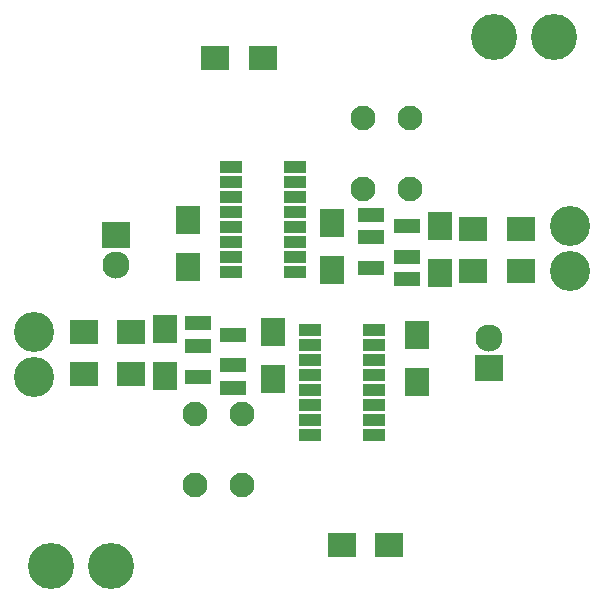
<source format=gbs>
G04 #@! TF.FileFunction,Soldermask,Bot*
%FSLAX46Y46*%
G04 Gerber Fmt 4.6, Leading zero omitted, Abs format (unit mm)*
G04 Created by KiCad (PCBNEW 0.201603210401+6634~43~ubuntu14.04.1-product) date mån 28 mar 2016 17:18:37*
%MOMM*%
G01*
G04 APERTURE LIST*
%ADD10C,0.050000*%
%ADD11R,1.900000X1.000000*%
%ADD12R,2.400000X2.100000*%
%ADD13R,2.100000X2.400000*%
%ADD14R,2.200860X1.200100*%
%ADD15R,2.000000X2.400000*%
%ADD16C,3.900120*%
%ADD17C,2.100000*%
%ADD18C,3.399740*%
%ADD19R,2.400000X2.300000*%
%ADD20C,2.300000*%
G04 APERTURE END LIST*
D10*
D11*
X131033500Y-127444500D03*
X131033500Y-128714500D03*
X131033500Y-129984500D03*
X131033500Y-131254500D03*
X131033500Y-132524500D03*
X131033500Y-133794500D03*
X131033500Y-135064500D03*
X131033500Y-136334500D03*
X125633500Y-136334500D03*
X125633500Y-135064500D03*
X125633500Y-133794500D03*
X125633500Y-132524500D03*
X125633500Y-131254500D03*
X125633500Y-129984500D03*
X125633500Y-128714500D03*
X125633500Y-127444500D03*
D12*
X132365500Y-145605500D03*
X128365500Y-145605500D03*
D13*
X134683500Y-127857500D03*
X134683500Y-131857500D03*
X122491500Y-127603500D03*
X122491500Y-131603500D03*
D12*
X106521500Y-127571500D03*
X110521500Y-127571500D03*
D14*
X119166640Y-130431500D03*
X119166640Y-132331500D03*
X116164360Y-131381500D03*
X116164360Y-128775500D03*
X116164360Y-126875500D03*
X119166640Y-127825500D03*
D15*
X113347500Y-127349500D03*
X113347500Y-131349500D03*
D12*
X106521500Y-131127500D03*
X110521500Y-131127500D03*
D16*
X108775500Y-147383500D03*
X103695500Y-147383500D03*
D17*
X119887500Y-134525500D03*
X119887500Y-140525500D03*
X115887500Y-134525500D03*
X115887500Y-140525500D03*
D18*
X102323900Y-127596900D03*
X102323900Y-131406900D03*
D19*
X140779500Y-130619500D03*
D20*
X140779500Y-128079500D03*
D15*
X136652000Y-122650000D03*
X136652000Y-118650000D03*
D19*
X109220000Y-119380000D03*
D20*
X109220000Y-121920000D03*
D14*
X133835140Y-121224000D03*
X133835140Y-123124000D03*
X130832860Y-122174000D03*
X130832860Y-119568000D03*
X130832860Y-117668000D03*
X133835140Y-118618000D03*
D12*
X143478000Y-118872000D03*
X139478000Y-118872000D03*
X143478000Y-122428000D03*
X139478000Y-122428000D03*
D13*
X115316000Y-122142000D03*
X115316000Y-118142000D03*
D12*
X117634000Y-104394000D03*
X121634000Y-104394000D03*
D13*
X127508000Y-122396000D03*
X127508000Y-118396000D03*
D17*
X130112000Y-115474000D03*
X130112000Y-109474000D03*
X134112000Y-115474000D03*
X134112000Y-109474000D03*
D11*
X118966000Y-122555000D03*
X118966000Y-121285000D03*
X118966000Y-120015000D03*
X118966000Y-118745000D03*
X118966000Y-117475000D03*
X118966000Y-116205000D03*
X118966000Y-114935000D03*
X118966000Y-113665000D03*
X124366000Y-113665000D03*
X124366000Y-114935000D03*
X124366000Y-116205000D03*
X124366000Y-117475000D03*
X124366000Y-118745000D03*
X124366000Y-120015000D03*
X124366000Y-121285000D03*
X124366000Y-122555000D03*
D18*
X147675600Y-122402600D03*
X147675600Y-118592600D03*
D16*
X141224000Y-102616000D03*
X146304000Y-102616000D03*
M02*

</source>
